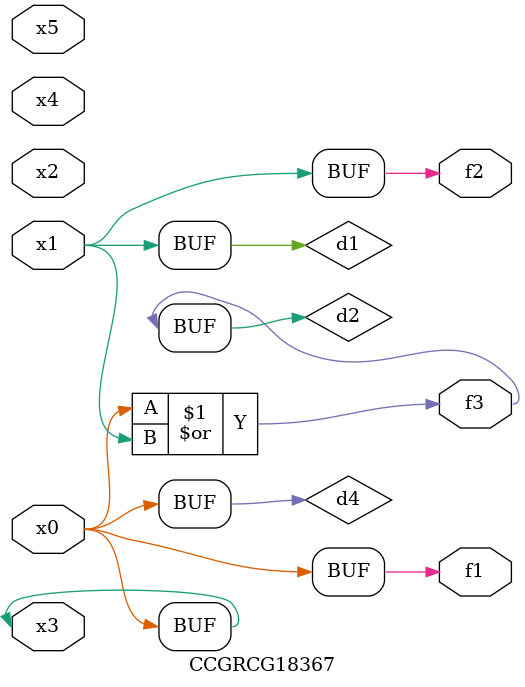
<source format=v>
module CCGRCG18367(
	input x0, x1, x2, x3, x4, x5,
	output f1, f2, f3
);

	wire d1, d2, d3, d4;

	and (d1, x1);
	or (d2, x0, x1);
	nand (d3, x0, x5);
	buf (d4, x0, x3);
	assign f1 = d4;
	assign f2 = d1;
	assign f3 = d2;
endmodule

</source>
